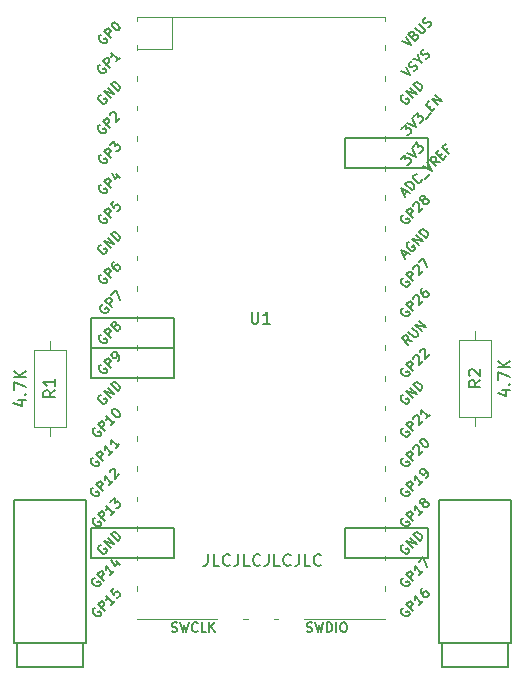
<source format=gbr>
%TF.GenerationSoftware,KiCad,Pcbnew,(6.0.4)*%
%TF.CreationDate,2022-11-15T21:46:54+00:00*%
%TF.ProjectId,pcb_host,7063625f-686f-4737-942e-6b696361645f,rev?*%
%TF.SameCoordinates,Original*%
%TF.FileFunction,Legend,Top*%
%TF.FilePolarity,Positive*%
%FSLAX46Y46*%
G04 Gerber Fmt 4.6, Leading zero omitted, Abs format (unit mm)*
G04 Created by KiCad (PCBNEW (6.0.4)) date 2022-11-15 21:46:54*
%MOMM*%
%LPD*%
G01*
G04 APERTURE LIST*
%ADD10C,0.150000*%
%ADD11C,0.120000*%
%ADD12C,1.600000*%
%ADD13O,1.600000X1.600000*%
%ADD14O,1.800000X1.800000*%
%ADD15O,1.500000X1.500000*%
%ADD16O,1.700000X1.700000*%
%ADD17R,3.500000X1.700000*%
%ADD18R,1.700000X1.700000*%
%ADD19R,1.700000X3.500000*%
%ADD20C,0.800000*%
%ADD21O,1.000000X1.400000*%
G04 APERTURE END LIST*
D10*
X101380952Y-118952380D02*
X101380952Y-119666666D01*
X101333333Y-119809523D01*
X101238095Y-119904761D01*
X101095238Y-119952380D01*
X101000000Y-119952380D01*
X102333333Y-119952380D02*
X101857142Y-119952380D01*
X101857142Y-118952380D01*
X103238095Y-119857142D02*
X103190476Y-119904761D01*
X103047619Y-119952380D01*
X102952380Y-119952380D01*
X102809523Y-119904761D01*
X102714285Y-119809523D01*
X102666666Y-119714285D01*
X102619047Y-119523809D01*
X102619047Y-119380952D01*
X102666666Y-119190476D01*
X102714285Y-119095238D01*
X102809523Y-119000000D01*
X102952380Y-118952380D01*
X103047619Y-118952380D01*
X103190476Y-119000000D01*
X103238095Y-119047619D01*
X103952380Y-118952380D02*
X103952380Y-119666666D01*
X103904761Y-119809523D01*
X103809523Y-119904761D01*
X103666666Y-119952380D01*
X103571428Y-119952380D01*
X104904761Y-119952380D02*
X104428571Y-119952380D01*
X104428571Y-118952380D01*
X105809523Y-119857142D02*
X105761904Y-119904761D01*
X105619047Y-119952380D01*
X105523809Y-119952380D01*
X105380952Y-119904761D01*
X105285714Y-119809523D01*
X105238095Y-119714285D01*
X105190476Y-119523809D01*
X105190476Y-119380952D01*
X105238095Y-119190476D01*
X105285714Y-119095238D01*
X105380952Y-119000000D01*
X105523809Y-118952380D01*
X105619047Y-118952380D01*
X105761904Y-119000000D01*
X105809523Y-119047619D01*
X106523809Y-118952380D02*
X106523809Y-119666666D01*
X106476190Y-119809523D01*
X106380952Y-119904761D01*
X106238095Y-119952380D01*
X106142857Y-119952380D01*
X107476190Y-119952380D02*
X107000000Y-119952380D01*
X107000000Y-118952380D01*
X108380952Y-119857142D02*
X108333333Y-119904761D01*
X108190476Y-119952380D01*
X108095238Y-119952380D01*
X107952380Y-119904761D01*
X107857142Y-119809523D01*
X107809523Y-119714285D01*
X107761904Y-119523809D01*
X107761904Y-119380952D01*
X107809523Y-119190476D01*
X107857142Y-119095238D01*
X107952380Y-119000000D01*
X108095238Y-118952380D01*
X108190476Y-118952380D01*
X108333333Y-119000000D01*
X108380952Y-119047619D01*
X109095238Y-118952380D02*
X109095238Y-119666666D01*
X109047619Y-119809523D01*
X108952380Y-119904761D01*
X108809523Y-119952380D01*
X108714285Y-119952380D01*
X110047619Y-119952380D02*
X109571428Y-119952380D01*
X109571428Y-118952380D01*
X110952380Y-119857142D02*
X110904761Y-119904761D01*
X110761904Y-119952380D01*
X110666666Y-119952380D01*
X110523809Y-119904761D01*
X110428571Y-119809523D01*
X110380952Y-119714285D01*
X110333333Y-119523809D01*
X110333333Y-119380952D01*
X110380952Y-119190476D01*
X110428571Y-119095238D01*
X110523809Y-119000000D01*
X110666666Y-118952380D01*
X110761904Y-118952380D01*
X110904761Y-119000000D01*
X110952380Y-119047619D01*
X98500000Y-99000000D02*
X91500000Y-99000000D01*
X91500000Y-99000000D02*
X91500000Y-101500000D01*
X91500000Y-101500000D02*
X98500000Y-101500000D01*
X98500000Y-101500000D02*
X98500000Y-99000000D01*
X98502898Y-116750582D02*
X91500000Y-116750582D01*
X91500000Y-116750582D02*
X91500000Y-119314379D01*
X91500000Y-119314379D02*
X98502898Y-119314379D01*
X98502898Y-119314379D02*
X98502898Y-116750582D01*
X120000000Y-116750000D02*
X113000000Y-116750000D01*
X113000000Y-116750000D02*
X113000000Y-119250000D01*
X113000000Y-119250000D02*
X120000000Y-119250000D01*
X120000000Y-119250000D02*
X120000000Y-116750000D01*
X120000000Y-83750000D02*
X113000000Y-83750000D01*
X113000000Y-83750000D02*
X113000000Y-86250000D01*
X113000000Y-86250000D02*
X120000000Y-86250000D01*
X120000000Y-86250000D02*
X120000000Y-83750000D01*
X98493037Y-101500000D02*
X91500000Y-101500000D01*
X91500000Y-101500000D02*
X91500000Y-104069649D01*
X91500000Y-104069649D02*
X98493037Y-104069649D01*
X98493037Y-104069649D02*
X98493037Y-101500000D01*
%TO.C,R1*%
X88452380Y-105086666D02*
X87976190Y-105420000D01*
X88452380Y-105658095D02*
X87452380Y-105658095D01*
X87452380Y-105277142D01*
X87500000Y-105181904D01*
X87547619Y-105134285D01*
X87642857Y-105086666D01*
X87785714Y-105086666D01*
X87880952Y-105134285D01*
X87928571Y-105181904D01*
X87976190Y-105277142D01*
X87976190Y-105658095D01*
X88452380Y-104134285D02*
X88452380Y-104705714D01*
X88452380Y-104420000D02*
X87452380Y-104420000D01*
X87595238Y-104515238D01*
X87690476Y-104610476D01*
X87738095Y-104705714D01*
X85285714Y-105943809D02*
X85952380Y-105943809D01*
X84904761Y-106181904D02*
X85619047Y-106420000D01*
X85619047Y-105800952D01*
X85857142Y-105420000D02*
X85904761Y-105372380D01*
X85952380Y-105420000D01*
X85904761Y-105467619D01*
X85857142Y-105420000D01*
X85952380Y-105420000D01*
X84952380Y-105039047D02*
X84952380Y-104372380D01*
X85952380Y-104800952D01*
X85952380Y-103991428D02*
X84952380Y-103991428D01*
X85952380Y-103420000D02*
X85380952Y-103848571D01*
X84952380Y-103420000D02*
X85523809Y-103991428D01*
%TO.C,R2*%
X124452380Y-104246666D02*
X123976190Y-104580000D01*
X124452380Y-104818095D02*
X123452380Y-104818095D01*
X123452380Y-104437142D01*
X123500000Y-104341904D01*
X123547619Y-104294285D01*
X123642857Y-104246666D01*
X123785714Y-104246666D01*
X123880952Y-104294285D01*
X123928571Y-104341904D01*
X123976190Y-104437142D01*
X123976190Y-104818095D01*
X123547619Y-103865714D02*
X123500000Y-103818095D01*
X123452380Y-103722857D01*
X123452380Y-103484761D01*
X123500000Y-103389523D01*
X123547619Y-103341904D01*
X123642857Y-103294285D01*
X123738095Y-103294285D01*
X123880952Y-103341904D01*
X124452380Y-103913333D01*
X124452380Y-103294285D01*
X126285714Y-105103809D02*
X126952380Y-105103809D01*
X125904761Y-105341904D02*
X126619047Y-105580000D01*
X126619047Y-104960952D01*
X126857142Y-104580000D02*
X126904761Y-104532380D01*
X126952380Y-104580000D01*
X126904761Y-104627619D01*
X126857142Y-104580000D01*
X126952380Y-104580000D01*
X125952380Y-104199047D02*
X125952380Y-103532380D01*
X126952380Y-103960952D01*
X126952380Y-103151428D02*
X125952380Y-103151428D01*
X126952380Y-102580000D02*
X126380952Y-103008571D01*
X125952380Y-102580000D02*
X126523809Y-103151428D01*
%TO.C,U1*%
X105073095Y-98437380D02*
X105073095Y-99246904D01*
X105120714Y-99342142D01*
X105168333Y-99389761D01*
X105263571Y-99437380D01*
X105454047Y-99437380D01*
X105549285Y-99389761D01*
X105596904Y-99342142D01*
X105644523Y-99246904D01*
X105644523Y-98437380D01*
X106644523Y-99437380D02*
X106073095Y-99437380D01*
X106358809Y-99437380D02*
X106358809Y-98437380D01*
X106263571Y-98580238D01*
X106168333Y-98675476D01*
X106073095Y-98723095D01*
X117921158Y-105483155D02*
X117840346Y-105510093D01*
X117759534Y-105590905D01*
X117705659Y-105698654D01*
X117705659Y-105806404D01*
X117732597Y-105887216D01*
X117813409Y-106021903D01*
X117894221Y-106102715D01*
X118028908Y-106183528D01*
X118109720Y-106210465D01*
X118217470Y-106210465D01*
X118325219Y-106156590D01*
X118379094Y-106102715D01*
X118432969Y-105994966D01*
X118432969Y-105941091D01*
X118244407Y-105752529D01*
X118136658Y-105860279D01*
X118729280Y-105752529D02*
X118163595Y-105186844D01*
X119052529Y-105429280D01*
X118486844Y-104863595D01*
X119321903Y-105159906D02*
X118756218Y-104594221D01*
X118890905Y-104459534D01*
X118998654Y-104405659D01*
X119106404Y-104405659D01*
X119187216Y-104432597D01*
X119321903Y-104513409D01*
X119402715Y-104594221D01*
X119483528Y-104728908D01*
X119510465Y-104809720D01*
X119510465Y-104917470D01*
X119456590Y-105025219D01*
X119321903Y-105159906D01*
X91778722Y-120965592D02*
X91697910Y-120992529D01*
X91617097Y-121073341D01*
X91563223Y-121181091D01*
X91563223Y-121288841D01*
X91590160Y-121369653D01*
X91670972Y-121504340D01*
X91751784Y-121585152D01*
X91886471Y-121665964D01*
X91967284Y-121692902D01*
X92075033Y-121692902D01*
X92182783Y-121639027D01*
X92236658Y-121585152D01*
X92290532Y-121477402D01*
X92290532Y-121423528D01*
X92101971Y-121234966D01*
X91994221Y-121342715D01*
X92586844Y-121234966D02*
X92021158Y-120669280D01*
X92236658Y-120453781D01*
X92317470Y-120426844D01*
X92371345Y-120426844D01*
X92452157Y-120453781D01*
X92532969Y-120534593D01*
X92559906Y-120615406D01*
X92559906Y-120669280D01*
X92532969Y-120750093D01*
X92317470Y-120965592D01*
X93448841Y-120372969D02*
X93125592Y-120696218D01*
X93287216Y-120534593D02*
X92721531Y-119968908D01*
X92748468Y-120103595D01*
X92748468Y-120211345D01*
X92721531Y-120292157D01*
X93556590Y-119510972D02*
X93933714Y-119888096D01*
X93206404Y-119430160D02*
X93475778Y-119968908D01*
X93825964Y-119618722D01*
X117932722Y-108275592D02*
X117851910Y-108302529D01*
X117771097Y-108383341D01*
X117717223Y-108491091D01*
X117717223Y-108598841D01*
X117744160Y-108679653D01*
X117824972Y-108814340D01*
X117905784Y-108895152D01*
X118040471Y-108975964D01*
X118121284Y-109002902D01*
X118229033Y-109002902D01*
X118336783Y-108949027D01*
X118390658Y-108895152D01*
X118444532Y-108787402D01*
X118444532Y-108733528D01*
X118255971Y-108544966D01*
X118148221Y-108652715D01*
X118740844Y-108544966D02*
X118175158Y-107979280D01*
X118390658Y-107763781D01*
X118471470Y-107736844D01*
X118525345Y-107736844D01*
X118606157Y-107763781D01*
X118686969Y-107844593D01*
X118713906Y-107925406D01*
X118713906Y-107979280D01*
X118686969Y-108060093D01*
X118471470Y-108275592D01*
X118767781Y-107494407D02*
X118767781Y-107440532D01*
X118794719Y-107359720D01*
X118929406Y-107225033D01*
X119010218Y-107198096D01*
X119064093Y-107198096D01*
X119144905Y-107225033D01*
X119198780Y-107278908D01*
X119252654Y-107386658D01*
X119252654Y-108033155D01*
X119602841Y-107682969D01*
X120141589Y-107144221D02*
X119818340Y-107467470D01*
X119979964Y-107305845D02*
X119414279Y-106740160D01*
X119441216Y-106874847D01*
X119441216Y-106982597D01*
X119414279Y-107063409D01*
X117724847Y-85475592D02*
X118075033Y-85125406D01*
X118101971Y-85529467D01*
X118182783Y-85448654D01*
X118263595Y-85421717D01*
X118317470Y-85421717D01*
X118398282Y-85448654D01*
X118532969Y-85583341D01*
X118559906Y-85664154D01*
X118559906Y-85718028D01*
X118532969Y-85798841D01*
X118371345Y-85960465D01*
X118290532Y-85987402D01*
X118236658Y-85987402D01*
X118236658Y-84963781D02*
X118990905Y-85340905D01*
X118613781Y-84586658D01*
X118748468Y-84451971D02*
X119098654Y-84101784D01*
X119125592Y-84505845D01*
X119206404Y-84425033D01*
X119287216Y-84398096D01*
X119341091Y-84398096D01*
X119421903Y-84425033D01*
X119556590Y-84559720D01*
X119583528Y-84640532D01*
X119583528Y-84694407D01*
X119556590Y-84775219D01*
X119394966Y-84936844D01*
X119314154Y-84963781D01*
X119260279Y-84963781D01*
X92321158Y-80083155D02*
X92240346Y-80110093D01*
X92159534Y-80190905D01*
X92105659Y-80298654D01*
X92105659Y-80406404D01*
X92132597Y-80487216D01*
X92213409Y-80621903D01*
X92294221Y-80702715D01*
X92428908Y-80783528D01*
X92509720Y-80810465D01*
X92617470Y-80810465D01*
X92725219Y-80756590D01*
X92779094Y-80702715D01*
X92832969Y-80594966D01*
X92832969Y-80541091D01*
X92644407Y-80352529D01*
X92536658Y-80460279D01*
X93129280Y-80352529D02*
X92563595Y-79786844D01*
X93452529Y-80029280D01*
X92886844Y-79463595D01*
X93721903Y-79759906D02*
X93156218Y-79194221D01*
X93290905Y-79059534D01*
X93398654Y-79005659D01*
X93506404Y-79005659D01*
X93587216Y-79032597D01*
X93721903Y-79113409D01*
X93802715Y-79194221D01*
X93883528Y-79328908D01*
X93910465Y-79409720D01*
X93910465Y-79517470D01*
X93856590Y-79625219D01*
X93721903Y-79759906D01*
X92348096Y-85136218D02*
X92267284Y-85163155D01*
X92186471Y-85243967D01*
X92132597Y-85351717D01*
X92132597Y-85459467D01*
X92159534Y-85540279D01*
X92240346Y-85674966D01*
X92321158Y-85755778D01*
X92455845Y-85836590D01*
X92536658Y-85863528D01*
X92644407Y-85863528D01*
X92752157Y-85809653D01*
X92806032Y-85755778D01*
X92859906Y-85648028D01*
X92859906Y-85594154D01*
X92671345Y-85405592D01*
X92563595Y-85513341D01*
X93156218Y-85405592D02*
X92590532Y-84839906D01*
X92806032Y-84624407D01*
X92886844Y-84597470D01*
X92940719Y-84597470D01*
X93021531Y-84624407D01*
X93102343Y-84705219D01*
X93129280Y-84786032D01*
X93129280Y-84839906D01*
X93102343Y-84920719D01*
X92886844Y-85136218D01*
X93102343Y-84328096D02*
X93452529Y-83977910D01*
X93479467Y-84381971D01*
X93560279Y-84301158D01*
X93641091Y-84274221D01*
X93694966Y-84274221D01*
X93775778Y-84301158D01*
X93910465Y-84435845D01*
X93937402Y-84516658D01*
X93937402Y-84570532D01*
X93910465Y-84651345D01*
X93748841Y-84812969D01*
X93668028Y-84839906D01*
X93614154Y-84839906D01*
X117932722Y-123505592D02*
X117851910Y-123532529D01*
X117771097Y-123613341D01*
X117717223Y-123721091D01*
X117717223Y-123828841D01*
X117744160Y-123909653D01*
X117824972Y-124044340D01*
X117905784Y-124125152D01*
X118040471Y-124205964D01*
X118121284Y-124232902D01*
X118229033Y-124232902D01*
X118336783Y-124179027D01*
X118390658Y-124125152D01*
X118444532Y-124017402D01*
X118444532Y-123963528D01*
X118255971Y-123774966D01*
X118148221Y-123882715D01*
X118740844Y-123774966D02*
X118175158Y-123209280D01*
X118390658Y-122993781D01*
X118471470Y-122966844D01*
X118525345Y-122966844D01*
X118606157Y-122993781D01*
X118686969Y-123074593D01*
X118713906Y-123155406D01*
X118713906Y-123209280D01*
X118686969Y-123290093D01*
X118471470Y-123505592D01*
X119602841Y-122912969D02*
X119279592Y-123236218D01*
X119441216Y-123074593D02*
X118875531Y-122508908D01*
X118902468Y-122643595D01*
X118902468Y-122751345D01*
X118875531Y-122832157D01*
X119522028Y-121862410D02*
X119414279Y-121970160D01*
X119387341Y-122050972D01*
X119387341Y-122104847D01*
X119414279Y-122239534D01*
X119495091Y-122374221D01*
X119710590Y-122589720D01*
X119791402Y-122616658D01*
X119845277Y-122616658D01*
X119926089Y-122589720D01*
X120033839Y-122481971D01*
X120060776Y-122401158D01*
X120060776Y-122347284D01*
X120033839Y-122266471D01*
X119899152Y-122131784D01*
X119818340Y-122104847D01*
X119764465Y-122104847D01*
X119683653Y-122131784D01*
X119575903Y-122239534D01*
X119548966Y-122320346D01*
X119548966Y-122374221D01*
X119575903Y-122455033D01*
X92248096Y-82596218D02*
X92167284Y-82623155D01*
X92086471Y-82703967D01*
X92032597Y-82811717D01*
X92032597Y-82919467D01*
X92059534Y-83000279D01*
X92140346Y-83134966D01*
X92221158Y-83215778D01*
X92355845Y-83296590D01*
X92436658Y-83323528D01*
X92544407Y-83323528D01*
X92652157Y-83269653D01*
X92706032Y-83215778D01*
X92759906Y-83108028D01*
X92759906Y-83054154D01*
X92571345Y-82865592D01*
X92463595Y-82973341D01*
X93056218Y-82865592D02*
X92490532Y-82299906D01*
X92706032Y-82084407D01*
X92786844Y-82057470D01*
X92840719Y-82057470D01*
X92921531Y-82084407D01*
X93002343Y-82165219D01*
X93029280Y-82246032D01*
X93029280Y-82299906D01*
X93002343Y-82380719D01*
X92786844Y-82596218D01*
X93083155Y-81815033D02*
X93083155Y-81761158D01*
X93110093Y-81680346D01*
X93244780Y-81545659D01*
X93325592Y-81518722D01*
X93379467Y-81518722D01*
X93460279Y-81545659D01*
X93514154Y-81599534D01*
X93568028Y-81707284D01*
X93568028Y-82353781D01*
X93918215Y-82003595D01*
X117921158Y-80083155D02*
X117840346Y-80110093D01*
X117759534Y-80190905D01*
X117705659Y-80298654D01*
X117705659Y-80406404D01*
X117732597Y-80487216D01*
X117813409Y-80621903D01*
X117894221Y-80702715D01*
X118028908Y-80783528D01*
X118109720Y-80810465D01*
X118217470Y-80810465D01*
X118325219Y-80756590D01*
X118379094Y-80702715D01*
X118432969Y-80594966D01*
X118432969Y-80541091D01*
X118244407Y-80352529D01*
X118136658Y-80460279D01*
X118729280Y-80352529D02*
X118163595Y-79786844D01*
X119052529Y-80029280D01*
X118486844Y-79463595D01*
X119321903Y-79759906D02*
X118756218Y-79194221D01*
X118890905Y-79059534D01*
X118998654Y-79005659D01*
X119106404Y-79005659D01*
X119187216Y-79032597D01*
X119321903Y-79113409D01*
X119402715Y-79194221D01*
X119483528Y-79328908D01*
X119510465Y-79409720D01*
X119510465Y-79517470D01*
X119456590Y-79625219D01*
X119321903Y-79759906D01*
X91678722Y-113345592D02*
X91597910Y-113372529D01*
X91517097Y-113453341D01*
X91463223Y-113561091D01*
X91463223Y-113668841D01*
X91490160Y-113749653D01*
X91570972Y-113884340D01*
X91651784Y-113965152D01*
X91786471Y-114045964D01*
X91867284Y-114072902D01*
X91975033Y-114072902D01*
X92082783Y-114019027D01*
X92136658Y-113965152D01*
X92190532Y-113857402D01*
X92190532Y-113803528D01*
X92001971Y-113614966D01*
X91894221Y-113722715D01*
X92486844Y-113614966D02*
X91921158Y-113049280D01*
X92136658Y-112833781D01*
X92217470Y-112806844D01*
X92271345Y-112806844D01*
X92352157Y-112833781D01*
X92432969Y-112914593D01*
X92459906Y-112995406D01*
X92459906Y-113049280D01*
X92432969Y-113130093D01*
X92217470Y-113345592D01*
X93348841Y-112752969D02*
X93025592Y-113076218D01*
X93187216Y-112914593D02*
X92621531Y-112348908D01*
X92648468Y-112483595D01*
X92648468Y-112591345D01*
X92621531Y-112672157D01*
X93052529Y-112025659D02*
X93052529Y-111971784D01*
X93079467Y-111890972D01*
X93214154Y-111756285D01*
X93294966Y-111729348D01*
X93348841Y-111729348D01*
X93429653Y-111756285D01*
X93483528Y-111810160D01*
X93537402Y-111917910D01*
X93537402Y-112564407D01*
X93887589Y-112214221D01*
X92348096Y-90216218D02*
X92267284Y-90243155D01*
X92186471Y-90323967D01*
X92132597Y-90431717D01*
X92132597Y-90539467D01*
X92159534Y-90620279D01*
X92240346Y-90754966D01*
X92321158Y-90835778D01*
X92455845Y-90916590D01*
X92536658Y-90943528D01*
X92644407Y-90943528D01*
X92752157Y-90889653D01*
X92806032Y-90835778D01*
X92859906Y-90728028D01*
X92859906Y-90674154D01*
X92671345Y-90485592D01*
X92563595Y-90593341D01*
X93156218Y-90485592D02*
X92590532Y-89919906D01*
X92806032Y-89704407D01*
X92886844Y-89677470D01*
X92940719Y-89677470D01*
X93021531Y-89704407D01*
X93102343Y-89785219D01*
X93129280Y-89866032D01*
X93129280Y-89919906D01*
X93102343Y-90000719D01*
X92886844Y-90216218D01*
X93425592Y-89084847D02*
X93156218Y-89354221D01*
X93398654Y-89650532D01*
X93398654Y-89596658D01*
X93425592Y-89515845D01*
X93560279Y-89381158D01*
X93641091Y-89354221D01*
X93694966Y-89354221D01*
X93775778Y-89381158D01*
X93910465Y-89515845D01*
X93937402Y-89596658D01*
X93937402Y-89650532D01*
X93910465Y-89731345D01*
X93775778Y-89866032D01*
X93694966Y-89892969D01*
X93641091Y-89892969D01*
X109739761Y-125508809D02*
X109854047Y-125546904D01*
X110044523Y-125546904D01*
X110120714Y-125508809D01*
X110158809Y-125470714D01*
X110196904Y-125394523D01*
X110196904Y-125318333D01*
X110158809Y-125242142D01*
X110120714Y-125204047D01*
X110044523Y-125165952D01*
X109892142Y-125127857D01*
X109815952Y-125089761D01*
X109777857Y-125051666D01*
X109739761Y-124975476D01*
X109739761Y-124899285D01*
X109777857Y-124823095D01*
X109815952Y-124785000D01*
X109892142Y-124746904D01*
X110082619Y-124746904D01*
X110196904Y-124785000D01*
X110463571Y-124746904D02*
X110654047Y-125546904D01*
X110806428Y-124975476D01*
X110958809Y-125546904D01*
X111149285Y-124746904D01*
X111454047Y-125546904D02*
X111454047Y-124746904D01*
X111644523Y-124746904D01*
X111758809Y-124785000D01*
X111835000Y-124861190D01*
X111873095Y-124937380D01*
X111911190Y-125089761D01*
X111911190Y-125204047D01*
X111873095Y-125356428D01*
X111835000Y-125432619D01*
X111758809Y-125508809D01*
X111644523Y-125546904D01*
X111454047Y-125546904D01*
X112254047Y-125546904D02*
X112254047Y-124746904D01*
X112787380Y-124746904D02*
X112939761Y-124746904D01*
X113015952Y-124785000D01*
X113092142Y-124861190D01*
X113130238Y-125013571D01*
X113130238Y-125280238D01*
X113092142Y-125432619D01*
X113015952Y-125508809D01*
X112939761Y-125546904D01*
X112787380Y-125546904D01*
X112711190Y-125508809D01*
X112635000Y-125432619D01*
X112596904Y-125280238D01*
X112596904Y-125013571D01*
X112635000Y-124861190D01*
X112711190Y-124785000D01*
X112787380Y-124746904D01*
X117932722Y-113345592D02*
X117851910Y-113372529D01*
X117771097Y-113453341D01*
X117717223Y-113561091D01*
X117717223Y-113668841D01*
X117744160Y-113749653D01*
X117824972Y-113884340D01*
X117905784Y-113965152D01*
X118040471Y-114045964D01*
X118121284Y-114072902D01*
X118229033Y-114072902D01*
X118336783Y-114019027D01*
X118390658Y-113965152D01*
X118444532Y-113857402D01*
X118444532Y-113803528D01*
X118255971Y-113614966D01*
X118148221Y-113722715D01*
X118740844Y-113614966D02*
X118175158Y-113049280D01*
X118390658Y-112833781D01*
X118471470Y-112806844D01*
X118525345Y-112806844D01*
X118606157Y-112833781D01*
X118686969Y-112914593D01*
X118713906Y-112995406D01*
X118713906Y-113049280D01*
X118686969Y-113130093D01*
X118471470Y-113345592D01*
X119602841Y-112752969D02*
X119279592Y-113076218D01*
X119441216Y-112914593D02*
X118875531Y-112348908D01*
X118902468Y-112483595D01*
X118902468Y-112591345D01*
X118875531Y-112672157D01*
X119872215Y-112483595D02*
X119979964Y-112375845D01*
X120006902Y-112295033D01*
X120006902Y-112241158D01*
X119979964Y-112106471D01*
X119899152Y-111971784D01*
X119683653Y-111756285D01*
X119602841Y-111729348D01*
X119548966Y-111729348D01*
X119468154Y-111756285D01*
X119360404Y-111864035D01*
X119333467Y-111944847D01*
X119333467Y-111998722D01*
X119360404Y-112079534D01*
X119495091Y-112214221D01*
X119575903Y-112241158D01*
X119629778Y-112241158D01*
X119710590Y-112214221D01*
X119818340Y-112106471D01*
X119845277Y-112025659D01*
X119845277Y-111971784D01*
X119818340Y-111890972D01*
X91678722Y-110805592D02*
X91597910Y-110832529D01*
X91517097Y-110913341D01*
X91463223Y-111021091D01*
X91463223Y-111128841D01*
X91490160Y-111209653D01*
X91570972Y-111344340D01*
X91651784Y-111425152D01*
X91786471Y-111505964D01*
X91867284Y-111532902D01*
X91975033Y-111532902D01*
X92082783Y-111479027D01*
X92136658Y-111425152D01*
X92190532Y-111317402D01*
X92190532Y-111263528D01*
X92001971Y-111074966D01*
X91894221Y-111182715D01*
X92486844Y-111074966D02*
X91921158Y-110509280D01*
X92136658Y-110293781D01*
X92217470Y-110266844D01*
X92271345Y-110266844D01*
X92352157Y-110293781D01*
X92432969Y-110374593D01*
X92459906Y-110455406D01*
X92459906Y-110509280D01*
X92432969Y-110590093D01*
X92217470Y-110805592D01*
X93348841Y-110212969D02*
X93025592Y-110536218D01*
X93187216Y-110374593D02*
X92621531Y-109808908D01*
X92648468Y-109943595D01*
X92648468Y-110051345D01*
X92621531Y-110132157D01*
X93887589Y-109674221D02*
X93564340Y-109997470D01*
X93725964Y-109835845D02*
X93160279Y-109270160D01*
X93187216Y-109404847D01*
X93187216Y-109512597D01*
X93160279Y-109593409D01*
X92321158Y-92783155D02*
X92240346Y-92810093D01*
X92159534Y-92890905D01*
X92105659Y-92998654D01*
X92105659Y-93106404D01*
X92132597Y-93187216D01*
X92213409Y-93321903D01*
X92294221Y-93402715D01*
X92428908Y-93483528D01*
X92509720Y-93510465D01*
X92617470Y-93510465D01*
X92725219Y-93456590D01*
X92779094Y-93402715D01*
X92832969Y-93294966D01*
X92832969Y-93241091D01*
X92644407Y-93052529D01*
X92536658Y-93160279D01*
X93129280Y-93052529D02*
X92563595Y-92486844D01*
X93452529Y-92729280D01*
X92886844Y-92163595D01*
X93721903Y-92459906D02*
X93156218Y-91894221D01*
X93290905Y-91759534D01*
X93398654Y-91705659D01*
X93506404Y-91705659D01*
X93587216Y-91732597D01*
X93721903Y-91813409D01*
X93802715Y-91894221D01*
X93883528Y-92028908D01*
X93910465Y-92109720D01*
X93910465Y-92217470D01*
X93856590Y-92325219D01*
X93721903Y-92459906D01*
X91824722Y-108265592D02*
X91743910Y-108292529D01*
X91663097Y-108373341D01*
X91609223Y-108481091D01*
X91609223Y-108588841D01*
X91636160Y-108669653D01*
X91716972Y-108804340D01*
X91797784Y-108885152D01*
X91932471Y-108965964D01*
X92013284Y-108992902D01*
X92121033Y-108992902D01*
X92228783Y-108939027D01*
X92282658Y-108885152D01*
X92336532Y-108777402D01*
X92336532Y-108723528D01*
X92147971Y-108534966D01*
X92040221Y-108642715D01*
X92632844Y-108534966D02*
X92067158Y-107969280D01*
X92282658Y-107753781D01*
X92363470Y-107726844D01*
X92417345Y-107726844D01*
X92498157Y-107753781D01*
X92578969Y-107834593D01*
X92605906Y-107915406D01*
X92605906Y-107969280D01*
X92578969Y-108050093D01*
X92363470Y-108265592D01*
X93494841Y-107672969D02*
X93171592Y-107996218D01*
X93333216Y-107834593D02*
X92767531Y-107268908D01*
X92794468Y-107403595D01*
X92794468Y-107511345D01*
X92767531Y-107592157D01*
X93279341Y-106757097D02*
X93333216Y-106703223D01*
X93414028Y-106676285D01*
X93467903Y-106676285D01*
X93548715Y-106703223D01*
X93683402Y-106784035D01*
X93818089Y-106918722D01*
X93898902Y-107053409D01*
X93925839Y-107134221D01*
X93925839Y-107188096D01*
X93898902Y-107268908D01*
X93845027Y-107322783D01*
X93764215Y-107349720D01*
X93710340Y-107349720D01*
X93629528Y-107322783D01*
X93494841Y-107241971D01*
X93360154Y-107107284D01*
X93279341Y-106972597D01*
X93252404Y-106891784D01*
X93252404Y-106837910D01*
X93279341Y-106757097D01*
X117788129Y-75512309D02*
X118542377Y-75889433D01*
X118165253Y-75135186D01*
X118811751Y-75027436D02*
X118919500Y-74973561D01*
X118973375Y-74973561D01*
X119054187Y-75000499D01*
X119134999Y-75081311D01*
X119161937Y-75162123D01*
X119161937Y-75215998D01*
X119135000Y-75296810D01*
X118919500Y-75512309D01*
X118353815Y-74946624D01*
X118542377Y-74758062D01*
X118623189Y-74731125D01*
X118677064Y-74731125D01*
X118757876Y-74758062D01*
X118811751Y-74811937D01*
X118838688Y-74892749D01*
X118838688Y-74946624D01*
X118811751Y-75027436D01*
X118623189Y-75215998D01*
X118919500Y-74380938D02*
X119377436Y-74838874D01*
X119458248Y-74865812D01*
X119512123Y-74865812D01*
X119592935Y-74838874D01*
X119700685Y-74731125D01*
X119727622Y-74650312D01*
X119727622Y-74596438D01*
X119700685Y-74515625D01*
X119242749Y-74057690D01*
X120023934Y-74354001D02*
X120131683Y-74300126D01*
X120266370Y-74165439D01*
X120293308Y-74084627D01*
X120293308Y-74030752D01*
X120266370Y-73949940D01*
X120212496Y-73896065D01*
X120131683Y-73869128D01*
X120077809Y-73869128D01*
X119996996Y-73896065D01*
X119862309Y-73976877D01*
X119781497Y-74003815D01*
X119727622Y-74003815D01*
X119646810Y-73976877D01*
X119592935Y-73923003D01*
X119565998Y-73842190D01*
X119565998Y-73788316D01*
X119592935Y-73707503D01*
X119727622Y-73572816D01*
X119835372Y-73518942D01*
X117932722Y-95575592D02*
X117851910Y-95602529D01*
X117771097Y-95683341D01*
X117717223Y-95791091D01*
X117717223Y-95898841D01*
X117744160Y-95979653D01*
X117824972Y-96114340D01*
X117905784Y-96195152D01*
X118040471Y-96275964D01*
X118121284Y-96302902D01*
X118229033Y-96302902D01*
X118336783Y-96249027D01*
X118390658Y-96195152D01*
X118444532Y-96087402D01*
X118444532Y-96033528D01*
X118255971Y-95844966D01*
X118148221Y-95952715D01*
X118740844Y-95844966D02*
X118175158Y-95279280D01*
X118390658Y-95063781D01*
X118471470Y-95036844D01*
X118525345Y-95036844D01*
X118606157Y-95063781D01*
X118686969Y-95144593D01*
X118713906Y-95225406D01*
X118713906Y-95279280D01*
X118686969Y-95360093D01*
X118471470Y-95575592D01*
X118767781Y-94794407D02*
X118767781Y-94740532D01*
X118794719Y-94659720D01*
X118929406Y-94525033D01*
X119010218Y-94498096D01*
X119064093Y-94498096D01*
X119144905Y-94525033D01*
X119198780Y-94578908D01*
X119252654Y-94686658D01*
X119252654Y-95333155D01*
X119602841Y-94982969D01*
X119225717Y-94228722D02*
X119602841Y-93851598D01*
X119926089Y-94659720D01*
X91824722Y-115885592D02*
X91743910Y-115912529D01*
X91663097Y-115993341D01*
X91609223Y-116101091D01*
X91609223Y-116208841D01*
X91636160Y-116289653D01*
X91716972Y-116424340D01*
X91797784Y-116505152D01*
X91932471Y-116585964D01*
X92013284Y-116612902D01*
X92121033Y-116612902D01*
X92228783Y-116559027D01*
X92282658Y-116505152D01*
X92336532Y-116397402D01*
X92336532Y-116343528D01*
X92147971Y-116154966D01*
X92040221Y-116262715D01*
X92632844Y-116154966D02*
X92067158Y-115589280D01*
X92282658Y-115373781D01*
X92363470Y-115346844D01*
X92417345Y-115346844D01*
X92498157Y-115373781D01*
X92578969Y-115454593D01*
X92605906Y-115535406D01*
X92605906Y-115589280D01*
X92578969Y-115670093D01*
X92363470Y-115885592D01*
X93494841Y-115292969D02*
X93171592Y-115616218D01*
X93333216Y-115454593D02*
X92767531Y-114888908D01*
X92794468Y-115023595D01*
X92794468Y-115131345D01*
X92767531Y-115212157D01*
X93117717Y-114538722D02*
X93467903Y-114188536D01*
X93494841Y-114592597D01*
X93575653Y-114511784D01*
X93656465Y-114484847D01*
X93710340Y-114484847D01*
X93791152Y-114511784D01*
X93925839Y-114646471D01*
X93952776Y-114727284D01*
X93952776Y-114781158D01*
X93925839Y-114861971D01*
X93764215Y-115023595D01*
X93683402Y-115050532D01*
X93629528Y-115050532D01*
X117921158Y-118183155D02*
X117840346Y-118210093D01*
X117759534Y-118290905D01*
X117705659Y-118398654D01*
X117705659Y-118506404D01*
X117732597Y-118587216D01*
X117813409Y-118721903D01*
X117894221Y-118802715D01*
X118028908Y-118883528D01*
X118109720Y-118910465D01*
X118217470Y-118910465D01*
X118325219Y-118856590D01*
X118379094Y-118802715D01*
X118432969Y-118694966D01*
X118432969Y-118641091D01*
X118244407Y-118452529D01*
X118136658Y-118560279D01*
X118729280Y-118452529D02*
X118163595Y-117886844D01*
X119052529Y-118129280D01*
X118486844Y-117563595D01*
X119321903Y-117859906D02*
X118756218Y-117294221D01*
X118890905Y-117159534D01*
X118998654Y-117105659D01*
X119106404Y-117105659D01*
X119187216Y-117132597D01*
X119321903Y-117213409D01*
X119402715Y-117294221D01*
X119483528Y-117428908D01*
X119510465Y-117509720D01*
X119510465Y-117617470D01*
X119456590Y-117725219D01*
X119321903Y-117859906D01*
X92348096Y-100376218D02*
X92267284Y-100403155D01*
X92186471Y-100483967D01*
X92132597Y-100591717D01*
X92132597Y-100699467D01*
X92159534Y-100780279D01*
X92240346Y-100914966D01*
X92321158Y-100995778D01*
X92455845Y-101076590D01*
X92536658Y-101103528D01*
X92644407Y-101103528D01*
X92752157Y-101049653D01*
X92806032Y-100995778D01*
X92859906Y-100888028D01*
X92859906Y-100834154D01*
X92671345Y-100645592D01*
X92563595Y-100753341D01*
X93156218Y-100645592D02*
X92590532Y-100079906D01*
X92806032Y-99864407D01*
X92886844Y-99837470D01*
X92940719Y-99837470D01*
X93021531Y-99864407D01*
X93102343Y-99945219D01*
X93129280Y-100026032D01*
X93129280Y-100079906D01*
X93102343Y-100160719D01*
X92886844Y-100376218D01*
X93479467Y-99675845D02*
X93398654Y-99702783D01*
X93344780Y-99702783D01*
X93263967Y-99675845D01*
X93237030Y-99648908D01*
X93210093Y-99568096D01*
X93210093Y-99514221D01*
X93237030Y-99433409D01*
X93344780Y-99325659D01*
X93425592Y-99298722D01*
X93479467Y-99298722D01*
X93560279Y-99325659D01*
X93587216Y-99352597D01*
X93614154Y-99433409D01*
X93614154Y-99487284D01*
X93587216Y-99568096D01*
X93479467Y-99675845D01*
X93452529Y-99756658D01*
X93452529Y-99810532D01*
X93479467Y-99891345D01*
X93587216Y-99999094D01*
X93668028Y-100026032D01*
X93721903Y-100026032D01*
X93802715Y-99999094D01*
X93910465Y-99891345D01*
X93937402Y-99810532D01*
X93937402Y-99756658D01*
X93910465Y-99675845D01*
X93802715Y-99568096D01*
X93721903Y-99541158D01*
X93668028Y-99541158D01*
X93587216Y-99568096D01*
X92348096Y-74976218D02*
X92267284Y-75003155D01*
X92186471Y-75083967D01*
X92132597Y-75191717D01*
X92132597Y-75299467D01*
X92159534Y-75380279D01*
X92240346Y-75514966D01*
X92321158Y-75595778D01*
X92455845Y-75676590D01*
X92536658Y-75703528D01*
X92644407Y-75703528D01*
X92752157Y-75649653D01*
X92806032Y-75595778D01*
X92859906Y-75488028D01*
X92859906Y-75434154D01*
X92671345Y-75245592D01*
X92563595Y-75353341D01*
X93156218Y-75245592D02*
X92590532Y-74679906D01*
X92806032Y-74464407D01*
X92886844Y-74437470D01*
X92940719Y-74437470D01*
X93021531Y-74464407D01*
X93102343Y-74545219D01*
X93129280Y-74626032D01*
X93129280Y-74679906D01*
X93102343Y-74760719D01*
X92886844Y-74976218D01*
X93263967Y-74006471D02*
X93317842Y-73952597D01*
X93398654Y-73925659D01*
X93452529Y-73925659D01*
X93533341Y-73952597D01*
X93668028Y-74033409D01*
X93802715Y-74168096D01*
X93883528Y-74302783D01*
X93910465Y-74383595D01*
X93910465Y-74437470D01*
X93883528Y-74518282D01*
X93829653Y-74572157D01*
X93748841Y-74599094D01*
X93694966Y-74599094D01*
X93614154Y-74572157D01*
X93479467Y-74491345D01*
X93344780Y-74356658D01*
X93263967Y-74221971D01*
X93237030Y-74141158D01*
X93237030Y-74087284D01*
X93263967Y-74006471D01*
X98325476Y-125508809D02*
X98439761Y-125546904D01*
X98630238Y-125546904D01*
X98706428Y-125508809D01*
X98744523Y-125470714D01*
X98782619Y-125394523D01*
X98782619Y-125318333D01*
X98744523Y-125242142D01*
X98706428Y-125204047D01*
X98630238Y-125165952D01*
X98477857Y-125127857D01*
X98401666Y-125089761D01*
X98363571Y-125051666D01*
X98325476Y-124975476D01*
X98325476Y-124899285D01*
X98363571Y-124823095D01*
X98401666Y-124785000D01*
X98477857Y-124746904D01*
X98668333Y-124746904D01*
X98782619Y-124785000D01*
X99049285Y-124746904D02*
X99239761Y-125546904D01*
X99392142Y-124975476D01*
X99544523Y-125546904D01*
X99735000Y-124746904D01*
X100496904Y-125470714D02*
X100458809Y-125508809D01*
X100344523Y-125546904D01*
X100268333Y-125546904D01*
X100154047Y-125508809D01*
X100077857Y-125432619D01*
X100039761Y-125356428D01*
X100001666Y-125204047D01*
X100001666Y-125089761D01*
X100039761Y-124937380D01*
X100077857Y-124861190D01*
X100154047Y-124785000D01*
X100268333Y-124746904D01*
X100344523Y-124746904D01*
X100458809Y-124785000D01*
X100496904Y-124823095D01*
X101220714Y-125546904D02*
X100839761Y-125546904D01*
X100839761Y-124746904D01*
X101487380Y-125546904D02*
X101487380Y-124746904D01*
X101944523Y-125546904D02*
X101601666Y-125089761D01*
X101944523Y-124746904D02*
X101487380Y-125204047D01*
X117986597Y-93725964D02*
X118255971Y-93456590D01*
X118094346Y-93941463D02*
X117717223Y-93187216D01*
X118471470Y-93564340D01*
X118417595Y-92540719D02*
X118336783Y-92567656D01*
X118255971Y-92648468D01*
X118202096Y-92756218D01*
X118202096Y-92863967D01*
X118229033Y-92944780D01*
X118309845Y-93079467D01*
X118390658Y-93160279D01*
X118525345Y-93241091D01*
X118606157Y-93268028D01*
X118713906Y-93268028D01*
X118821656Y-93214154D01*
X118875531Y-93160279D01*
X118929406Y-93052529D01*
X118929406Y-92998654D01*
X118740844Y-92810093D01*
X118633094Y-92917842D01*
X119225717Y-92810093D02*
X118660032Y-92244407D01*
X119548966Y-92486844D01*
X118983280Y-91921158D01*
X119818340Y-92217470D02*
X119252654Y-91651784D01*
X119387341Y-91517097D01*
X119495091Y-91463223D01*
X119602841Y-91463223D01*
X119683653Y-91490160D01*
X119818340Y-91570972D01*
X119899152Y-91651784D01*
X119979964Y-91786471D01*
X120006902Y-91867284D01*
X120006902Y-91975033D01*
X119953027Y-92082783D01*
X119818340Y-92217470D01*
X92348096Y-102916218D02*
X92267284Y-102943155D01*
X92186471Y-103023967D01*
X92132597Y-103131717D01*
X92132597Y-103239467D01*
X92159534Y-103320279D01*
X92240346Y-103454966D01*
X92321158Y-103535778D01*
X92455845Y-103616590D01*
X92536658Y-103643528D01*
X92644407Y-103643528D01*
X92752157Y-103589653D01*
X92806032Y-103535778D01*
X92859906Y-103428028D01*
X92859906Y-103374154D01*
X92671345Y-103185592D01*
X92563595Y-103293341D01*
X93156218Y-103185592D02*
X92590532Y-102619906D01*
X92806032Y-102404407D01*
X92886844Y-102377470D01*
X92940719Y-102377470D01*
X93021531Y-102404407D01*
X93102343Y-102485219D01*
X93129280Y-102566032D01*
X93129280Y-102619906D01*
X93102343Y-102700719D01*
X92886844Y-102916218D01*
X93748841Y-102592969D02*
X93856590Y-102485219D01*
X93883528Y-102404407D01*
X93883528Y-102350532D01*
X93856590Y-102215845D01*
X93775778Y-102081158D01*
X93560279Y-101865659D01*
X93479467Y-101838722D01*
X93425592Y-101838722D01*
X93344780Y-101865659D01*
X93237030Y-101973409D01*
X93210093Y-102054221D01*
X93210093Y-102108096D01*
X93237030Y-102188908D01*
X93371717Y-102323595D01*
X93452529Y-102350532D01*
X93506404Y-102350532D01*
X93587216Y-102323595D01*
X93694966Y-102215845D01*
X93721903Y-102135033D01*
X93721903Y-102081158D01*
X93694966Y-102000346D01*
X92348096Y-87676218D02*
X92267284Y-87703155D01*
X92186471Y-87783967D01*
X92132597Y-87891717D01*
X92132597Y-87999467D01*
X92159534Y-88080279D01*
X92240346Y-88214966D01*
X92321158Y-88295778D01*
X92455845Y-88376590D01*
X92536658Y-88403528D01*
X92644407Y-88403528D01*
X92752157Y-88349653D01*
X92806032Y-88295778D01*
X92859906Y-88188028D01*
X92859906Y-88134154D01*
X92671345Y-87945592D01*
X92563595Y-88053341D01*
X93156218Y-87945592D02*
X92590532Y-87379906D01*
X92806032Y-87164407D01*
X92886844Y-87137470D01*
X92940719Y-87137470D01*
X93021531Y-87164407D01*
X93102343Y-87245219D01*
X93129280Y-87326032D01*
X93129280Y-87379906D01*
X93102343Y-87460719D01*
X92886844Y-87676218D01*
X93587216Y-86760346D02*
X93964340Y-87137470D01*
X93237030Y-86679534D02*
X93506404Y-87218282D01*
X93856590Y-86868096D01*
X117989788Y-88518773D02*
X118259162Y-88249399D01*
X118097537Y-88734272D02*
X117720414Y-87980025D01*
X118474661Y-88357149D01*
X118663223Y-88168587D02*
X118097537Y-87602902D01*
X118232224Y-87468215D01*
X118339974Y-87414340D01*
X118447723Y-87414340D01*
X118528536Y-87441277D01*
X118663223Y-87522089D01*
X118744035Y-87602902D01*
X118824847Y-87737589D01*
X118851784Y-87818401D01*
X118851784Y-87926150D01*
X118797910Y-88033900D01*
X118663223Y-88168587D01*
X119498282Y-87225778D02*
X119498282Y-87279653D01*
X119444407Y-87387402D01*
X119390532Y-87441277D01*
X119282783Y-87495152D01*
X119175033Y-87495152D01*
X119094221Y-87468215D01*
X118959534Y-87387402D01*
X118878722Y-87306590D01*
X118797910Y-87171903D01*
X118770972Y-87091091D01*
X118770972Y-86983341D01*
X118824847Y-86875592D01*
X118878722Y-86821717D01*
X118986471Y-86767842D01*
X119040346Y-86767842D01*
X119713781Y-87225778D02*
X120144780Y-86794780D01*
X119579094Y-86121345D02*
X120333341Y-86498468D01*
X119956218Y-85744221D01*
X121033714Y-85798096D02*
X120575778Y-85717284D01*
X120710465Y-86121345D02*
X120144780Y-85555659D01*
X120360279Y-85340160D01*
X120441091Y-85313223D01*
X120494966Y-85313223D01*
X120575778Y-85340160D01*
X120656590Y-85420972D01*
X120683528Y-85501784D01*
X120683528Y-85555659D01*
X120656590Y-85636471D01*
X120441091Y-85851971D01*
X120979839Y-85259348D02*
X121168401Y-85070786D01*
X121545524Y-85286285D02*
X121276150Y-85555659D01*
X120710465Y-84989974D01*
X120979839Y-84720600D01*
X121680211Y-84558975D02*
X121491650Y-84747537D01*
X121787961Y-85043849D02*
X121222276Y-84478163D01*
X121491650Y-84208789D01*
X117932722Y-98105592D02*
X117851910Y-98132529D01*
X117771097Y-98213341D01*
X117717223Y-98321091D01*
X117717223Y-98428841D01*
X117744160Y-98509653D01*
X117824972Y-98644340D01*
X117905784Y-98725152D01*
X118040471Y-98805964D01*
X118121284Y-98832902D01*
X118229033Y-98832902D01*
X118336783Y-98779027D01*
X118390658Y-98725152D01*
X118444532Y-98617402D01*
X118444532Y-98563528D01*
X118255971Y-98374966D01*
X118148221Y-98482715D01*
X118740844Y-98374966D02*
X118175158Y-97809280D01*
X118390658Y-97593781D01*
X118471470Y-97566844D01*
X118525345Y-97566844D01*
X118606157Y-97593781D01*
X118686969Y-97674593D01*
X118713906Y-97755406D01*
X118713906Y-97809280D01*
X118686969Y-97890093D01*
X118471470Y-98105592D01*
X118767781Y-97324407D02*
X118767781Y-97270532D01*
X118794719Y-97189720D01*
X118929406Y-97055033D01*
X119010218Y-97028096D01*
X119064093Y-97028096D01*
X119144905Y-97055033D01*
X119198780Y-97108908D01*
X119252654Y-97216658D01*
X119252654Y-97863155D01*
X119602841Y-97512969D01*
X119522028Y-96462410D02*
X119414279Y-96570160D01*
X119387341Y-96650972D01*
X119387341Y-96704847D01*
X119414279Y-96839534D01*
X119495091Y-96974221D01*
X119710590Y-97189720D01*
X119791402Y-97216658D01*
X119845277Y-97216658D01*
X119926089Y-97189720D01*
X120033839Y-97081971D01*
X120060776Y-97001158D01*
X120060776Y-96947284D01*
X120033839Y-96866471D01*
X119899152Y-96731784D01*
X119818340Y-96704847D01*
X119764465Y-96704847D01*
X119683653Y-96731784D01*
X119575903Y-96839534D01*
X119548966Y-96920346D01*
X119548966Y-96974221D01*
X119575903Y-97055033D01*
X117932722Y-103185592D02*
X117851910Y-103212529D01*
X117771097Y-103293341D01*
X117717223Y-103401091D01*
X117717223Y-103508841D01*
X117744160Y-103589653D01*
X117824972Y-103724340D01*
X117905784Y-103805152D01*
X118040471Y-103885964D01*
X118121284Y-103912902D01*
X118229033Y-103912902D01*
X118336783Y-103859027D01*
X118390658Y-103805152D01*
X118444532Y-103697402D01*
X118444532Y-103643528D01*
X118255971Y-103454966D01*
X118148221Y-103562715D01*
X118740844Y-103454966D02*
X118175158Y-102889280D01*
X118390658Y-102673781D01*
X118471470Y-102646844D01*
X118525345Y-102646844D01*
X118606157Y-102673781D01*
X118686969Y-102754593D01*
X118713906Y-102835406D01*
X118713906Y-102889280D01*
X118686969Y-102970093D01*
X118471470Y-103185592D01*
X118767781Y-102404407D02*
X118767781Y-102350532D01*
X118794719Y-102269720D01*
X118929406Y-102135033D01*
X119010218Y-102108096D01*
X119064093Y-102108096D01*
X119144905Y-102135033D01*
X119198780Y-102188908D01*
X119252654Y-102296658D01*
X119252654Y-102943155D01*
X119602841Y-102592969D01*
X119306529Y-101865659D02*
X119306529Y-101811784D01*
X119333467Y-101730972D01*
X119468154Y-101596285D01*
X119548966Y-101569348D01*
X119602841Y-101569348D01*
X119683653Y-101596285D01*
X119737528Y-101650160D01*
X119791402Y-101757910D01*
X119791402Y-102404407D01*
X120141589Y-102054221D01*
X92348096Y-95296218D02*
X92267284Y-95323155D01*
X92186471Y-95403967D01*
X92132597Y-95511717D01*
X92132597Y-95619467D01*
X92159534Y-95700279D01*
X92240346Y-95834966D01*
X92321158Y-95915778D01*
X92455845Y-95996590D01*
X92536658Y-96023528D01*
X92644407Y-96023528D01*
X92752157Y-95969653D01*
X92806032Y-95915778D01*
X92859906Y-95808028D01*
X92859906Y-95754154D01*
X92671345Y-95565592D01*
X92563595Y-95673341D01*
X93156218Y-95565592D02*
X92590532Y-94999906D01*
X92806032Y-94784407D01*
X92886844Y-94757470D01*
X92940719Y-94757470D01*
X93021531Y-94784407D01*
X93102343Y-94865219D01*
X93129280Y-94946032D01*
X93129280Y-94999906D01*
X93102343Y-95080719D01*
X92886844Y-95296218D01*
X93398654Y-94191784D02*
X93290905Y-94299534D01*
X93263967Y-94380346D01*
X93263967Y-94434221D01*
X93290905Y-94568908D01*
X93371717Y-94703595D01*
X93587216Y-94919094D01*
X93668028Y-94946032D01*
X93721903Y-94946032D01*
X93802715Y-94919094D01*
X93910465Y-94811345D01*
X93937402Y-94730532D01*
X93937402Y-94676658D01*
X93910465Y-94595845D01*
X93775778Y-94461158D01*
X93694966Y-94434221D01*
X93641091Y-94434221D01*
X93560279Y-94461158D01*
X93452529Y-94568908D01*
X93425592Y-94649720D01*
X93425592Y-94703595D01*
X93452529Y-94784407D01*
X91824722Y-123505592D02*
X91743910Y-123532529D01*
X91663097Y-123613341D01*
X91609223Y-123721091D01*
X91609223Y-123828841D01*
X91636160Y-123909653D01*
X91716972Y-124044340D01*
X91797784Y-124125152D01*
X91932471Y-124205964D01*
X92013284Y-124232902D01*
X92121033Y-124232902D01*
X92228783Y-124179027D01*
X92282658Y-124125152D01*
X92336532Y-124017402D01*
X92336532Y-123963528D01*
X92147971Y-123774966D01*
X92040221Y-123882715D01*
X92632844Y-123774966D02*
X92067158Y-123209280D01*
X92282658Y-122993781D01*
X92363470Y-122966844D01*
X92417345Y-122966844D01*
X92498157Y-122993781D01*
X92578969Y-123074593D01*
X92605906Y-123155406D01*
X92605906Y-123209280D01*
X92578969Y-123290093D01*
X92363470Y-123505592D01*
X93494841Y-122912969D02*
X93171592Y-123236218D01*
X93333216Y-123074593D02*
X92767531Y-122508908D01*
X92794468Y-122643595D01*
X92794468Y-122751345D01*
X92767531Y-122832157D01*
X93440966Y-121835473D02*
X93171592Y-122104847D01*
X93414028Y-122401158D01*
X93414028Y-122347284D01*
X93440966Y-122266471D01*
X93575653Y-122131784D01*
X93656465Y-122104847D01*
X93710340Y-122104847D01*
X93791152Y-122131784D01*
X93925839Y-122266471D01*
X93952776Y-122347284D01*
X93952776Y-122401158D01*
X93925839Y-122481971D01*
X93791152Y-122616658D01*
X93710340Y-122643595D01*
X93656465Y-122643595D01*
X117932722Y-120965592D02*
X117851910Y-120992529D01*
X117771097Y-121073341D01*
X117717223Y-121181091D01*
X117717223Y-121288841D01*
X117744160Y-121369653D01*
X117824972Y-121504340D01*
X117905784Y-121585152D01*
X118040471Y-121665964D01*
X118121284Y-121692902D01*
X118229033Y-121692902D01*
X118336783Y-121639027D01*
X118390658Y-121585152D01*
X118444532Y-121477402D01*
X118444532Y-121423528D01*
X118255971Y-121234966D01*
X118148221Y-121342715D01*
X118740844Y-121234966D02*
X118175158Y-120669280D01*
X118390658Y-120453781D01*
X118471470Y-120426844D01*
X118525345Y-120426844D01*
X118606157Y-120453781D01*
X118686969Y-120534593D01*
X118713906Y-120615406D01*
X118713906Y-120669280D01*
X118686969Y-120750093D01*
X118471470Y-120965592D01*
X119602841Y-120372969D02*
X119279592Y-120696218D01*
X119441216Y-120534593D02*
X118875531Y-119968908D01*
X118902468Y-120103595D01*
X118902468Y-120211345D01*
X118875531Y-120292157D01*
X119225717Y-119618722D02*
X119602841Y-119241598D01*
X119926089Y-120049720D01*
X117932722Y-110805592D02*
X117851910Y-110832529D01*
X117771097Y-110913341D01*
X117717223Y-111021091D01*
X117717223Y-111128841D01*
X117744160Y-111209653D01*
X117824972Y-111344340D01*
X117905784Y-111425152D01*
X118040471Y-111505964D01*
X118121284Y-111532902D01*
X118229033Y-111532902D01*
X118336783Y-111479027D01*
X118390658Y-111425152D01*
X118444532Y-111317402D01*
X118444532Y-111263528D01*
X118255971Y-111074966D01*
X118148221Y-111182715D01*
X118740844Y-111074966D02*
X118175158Y-110509280D01*
X118390658Y-110293781D01*
X118471470Y-110266844D01*
X118525345Y-110266844D01*
X118606157Y-110293781D01*
X118686969Y-110374593D01*
X118713906Y-110455406D01*
X118713906Y-110509280D01*
X118686969Y-110590093D01*
X118471470Y-110805592D01*
X118767781Y-110024407D02*
X118767781Y-109970532D01*
X118794719Y-109889720D01*
X118929406Y-109755033D01*
X119010218Y-109728096D01*
X119064093Y-109728096D01*
X119144905Y-109755033D01*
X119198780Y-109808908D01*
X119252654Y-109916658D01*
X119252654Y-110563155D01*
X119602841Y-110212969D01*
X119387341Y-109297097D02*
X119441216Y-109243223D01*
X119522028Y-109216285D01*
X119575903Y-109216285D01*
X119656715Y-109243223D01*
X119791402Y-109324035D01*
X119926089Y-109458722D01*
X120006902Y-109593409D01*
X120033839Y-109674221D01*
X120033839Y-109728096D01*
X120006902Y-109808908D01*
X119953027Y-109862783D01*
X119872215Y-109889720D01*
X119818340Y-109889720D01*
X119737528Y-109862783D01*
X119602841Y-109781971D01*
X119468154Y-109647284D01*
X119387341Y-109512597D01*
X119360404Y-109431784D01*
X119360404Y-109377910D01*
X119387341Y-109297097D01*
X92248096Y-77506218D02*
X92167284Y-77533155D01*
X92086471Y-77613967D01*
X92032597Y-77721717D01*
X92032597Y-77829467D01*
X92059534Y-77910279D01*
X92140346Y-78044966D01*
X92221158Y-78125778D01*
X92355845Y-78206590D01*
X92436658Y-78233528D01*
X92544407Y-78233528D01*
X92652157Y-78179653D01*
X92706032Y-78125778D01*
X92759906Y-78018028D01*
X92759906Y-77964154D01*
X92571345Y-77775592D01*
X92463595Y-77883341D01*
X93056218Y-77775592D02*
X92490532Y-77209906D01*
X92706032Y-76994407D01*
X92786844Y-76967470D01*
X92840719Y-76967470D01*
X92921531Y-76994407D01*
X93002343Y-77075219D01*
X93029280Y-77156032D01*
X93029280Y-77209906D01*
X93002343Y-77290719D01*
X92786844Y-77506218D01*
X93918215Y-76913595D02*
X93594966Y-77236844D01*
X93756590Y-77075219D02*
X93190905Y-76509534D01*
X93217842Y-76644221D01*
X93217842Y-76751971D01*
X93190905Y-76832783D01*
X92321158Y-118183155D02*
X92240346Y-118210093D01*
X92159534Y-118290905D01*
X92105659Y-118398654D01*
X92105659Y-118506404D01*
X92132597Y-118587216D01*
X92213409Y-118721903D01*
X92294221Y-118802715D01*
X92428908Y-118883528D01*
X92509720Y-118910465D01*
X92617470Y-118910465D01*
X92725219Y-118856590D01*
X92779094Y-118802715D01*
X92832969Y-118694966D01*
X92832969Y-118641091D01*
X92644407Y-118452529D01*
X92536658Y-118560279D01*
X93129280Y-118452529D02*
X92563595Y-117886844D01*
X93452529Y-118129280D01*
X92886844Y-117563595D01*
X93721903Y-117859906D02*
X93156218Y-117294221D01*
X93290905Y-117159534D01*
X93398654Y-117105659D01*
X93506404Y-117105659D01*
X93587216Y-117132597D01*
X93721903Y-117213409D01*
X93802715Y-117294221D01*
X93883528Y-117428908D01*
X93910465Y-117509720D01*
X93910465Y-117617470D01*
X93856590Y-117725219D01*
X93721903Y-117859906D01*
X118673375Y-100928435D02*
X118215439Y-100847622D01*
X118350126Y-101251683D02*
X117784441Y-100685998D01*
X117999940Y-100470499D01*
X118080752Y-100443561D01*
X118134627Y-100443561D01*
X118215439Y-100470499D01*
X118296251Y-100551311D01*
X118323189Y-100632123D01*
X118323189Y-100685998D01*
X118296251Y-100766810D01*
X118080752Y-100982309D01*
X118350126Y-100120312D02*
X118808062Y-100578248D01*
X118888874Y-100605186D01*
X118942749Y-100605186D01*
X119023561Y-100578248D01*
X119131311Y-100470499D01*
X119158248Y-100389687D01*
X119158248Y-100335812D01*
X119131311Y-100255000D01*
X118673375Y-99797064D01*
X119508435Y-100093375D02*
X118942749Y-99527690D01*
X119831683Y-99770126D01*
X119265998Y-99204441D01*
X117932722Y-90231592D02*
X117851910Y-90258529D01*
X117771097Y-90339341D01*
X117717223Y-90447091D01*
X117717223Y-90554841D01*
X117744160Y-90635653D01*
X117824972Y-90770340D01*
X117905784Y-90851152D01*
X118040471Y-90931964D01*
X118121284Y-90958902D01*
X118229033Y-90958902D01*
X118336783Y-90905027D01*
X118390658Y-90851152D01*
X118444532Y-90743402D01*
X118444532Y-90689528D01*
X118255971Y-90500966D01*
X118148221Y-90608715D01*
X118740844Y-90500966D02*
X118175158Y-89935280D01*
X118390658Y-89719781D01*
X118471470Y-89692844D01*
X118525345Y-89692844D01*
X118606157Y-89719781D01*
X118686969Y-89800593D01*
X118713906Y-89881406D01*
X118713906Y-89935280D01*
X118686969Y-90016093D01*
X118471470Y-90231592D01*
X118767781Y-89450407D02*
X118767781Y-89396532D01*
X118794719Y-89315720D01*
X118929406Y-89181033D01*
X119010218Y-89154096D01*
X119064093Y-89154096D01*
X119144905Y-89181033D01*
X119198780Y-89234908D01*
X119252654Y-89342658D01*
X119252654Y-89989155D01*
X119602841Y-89638969D01*
X119602841Y-88992471D02*
X119522028Y-89019409D01*
X119468154Y-89019409D01*
X119387341Y-88992471D01*
X119360404Y-88965534D01*
X119333467Y-88884722D01*
X119333467Y-88830847D01*
X119360404Y-88750035D01*
X119468154Y-88642285D01*
X119548966Y-88615348D01*
X119602841Y-88615348D01*
X119683653Y-88642285D01*
X119710590Y-88669223D01*
X119737528Y-88750035D01*
X119737528Y-88803910D01*
X119710590Y-88884722D01*
X119602841Y-88992471D01*
X119575903Y-89073284D01*
X119575903Y-89127158D01*
X119602841Y-89207971D01*
X119710590Y-89315720D01*
X119791402Y-89342658D01*
X119845277Y-89342658D01*
X119926089Y-89315720D01*
X120033839Y-89207971D01*
X120060776Y-89127158D01*
X120060776Y-89073284D01*
X120033839Y-88992471D01*
X119926089Y-88884722D01*
X119845277Y-88857784D01*
X119791402Y-88857784D01*
X119710590Y-88884722D01*
X92321158Y-105483155D02*
X92240346Y-105510093D01*
X92159534Y-105590905D01*
X92105659Y-105698654D01*
X92105659Y-105806404D01*
X92132597Y-105887216D01*
X92213409Y-106021903D01*
X92294221Y-106102715D01*
X92428908Y-106183528D01*
X92509720Y-106210465D01*
X92617470Y-106210465D01*
X92725219Y-106156590D01*
X92779094Y-106102715D01*
X92832969Y-105994966D01*
X92832969Y-105941091D01*
X92644407Y-105752529D01*
X92536658Y-105860279D01*
X93129280Y-105752529D02*
X92563595Y-105186844D01*
X93452529Y-105429280D01*
X92886844Y-104863595D01*
X93721903Y-105159906D02*
X93156218Y-104594221D01*
X93290905Y-104459534D01*
X93398654Y-104405659D01*
X93506404Y-104405659D01*
X93587216Y-104432597D01*
X93721903Y-104513409D01*
X93802715Y-104594221D01*
X93883528Y-104728908D01*
X93910465Y-104809720D01*
X93910465Y-104917470D01*
X93856590Y-105025219D01*
X93721903Y-105159906D01*
X117757131Y-82943308D02*
X118107317Y-82593122D01*
X118134255Y-82997183D01*
X118215067Y-82916370D01*
X118295879Y-82889433D01*
X118349754Y-82889433D01*
X118430566Y-82916370D01*
X118565253Y-83051057D01*
X118592190Y-83131870D01*
X118592190Y-83185744D01*
X118565253Y-83266557D01*
X118403629Y-83428181D01*
X118322816Y-83455118D01*
X118268942Y-83455118D01*
X118268942Y-82431497D02*
X119023189Y-82808621D01*
X118646065Y-82054374D01*
X118780752Y-81919687D02*
X119130938Y-81569500D01*
X119157876Y-81973561D01*
X119238688Y-81892749D01*
X119319500Y-81865812D01*
X119373375Y-81865812D01*
X119454187Y-81892749D01*
X119588874Y-82027436D01*
X119615812Y-82108248D01*
X119615812Y-82162123D01*
X119588874Y-82242935D01*
X119427250Y-82404560D01*
X119346438Y-82431497D01*
X119292563Y-82431497D01*
X119858248Y-82081311D02*
X120289247Y-81650312D01*
X120073748Y-81165439D02*
X120262309Y-80976877D01*
X120639433Y-81192377D02*
X120370059Y-81461751D01*
X119804374Y-80896065D01*
X120073748Y-80626691D01*
X120881870Y-80949940D02*
X120316184Y-80384255D01*
X121205118Y-80626691D01*
X120639433Y-80061006D01*
X92448096Y-97806218D02*
X92367284Y-97833155D01*
X92286471Y-97913967D01*
X92232597Y-98021717D01*
X92232597Y-98129467D01*
X92259534Y-98210279D01*
X92340346Y-98344966D01*
X92421158Y-98425778D01*
X92555845Y-98506590D01*
X92636658Y-98533528D01*
X92744407Y-98533528D01*
X92852157Y-98479653D01*
X92906032Y-98425778D01*
X92959906Y-98318028D01*
X92959906Y-98264154D01*
X92771345Y-98075592D01*
X92663595Y-98183341D01*
X93256218Y-98075592D02*
X92690532Y-97509906D01*
X92906032Y-97294407D01*
X92986844Y-97267470D01*
X93040719Y-97267470D01*
X93121531Y-97294407D01*
X93202343Y-97375219D01*
X93229280Y-97456032D01*
X93229280Y-97509906D01*
X93202343Y-97590719D01*
X92986844Y-97806218D01*
X93202343Y-96998096D02*
X93579467Y-96620972D01*
X93902715Y-97429094D01*
X117755473Y-78054966D02*
X118509720Y-78432089D01*
X118132597Y-77677842D01*
X118832969Y-78054966D02*
X118940719Y-78001091D01*
X119075406Y-77866404D01*
X119102343Y-77785592D01*
X119102343Y-77731717D01*
X119075406Y-77650905D01*
X119021531Y-77597030D01*
X118940719Y-77570093D01*
X118886844Y-77570093D01*
X118806032Y-77597030D01*
X118671345Y-77677842D01*
X118590532Y-77704780D01*
X118536658Y-77704780D01*
X118455845Y-77677842D01*
X118401971Y-77623967D01*
X118375033Y-77543155D01*
X118375033Y-77489280D01*
X118401971Y-77408468D01*
X118536658Y-77273781D01*
X118644407Y-77219906D01*
X119263967Y-77139094D02*
X119533341Y-77408468D01*
X118779094Y-77031345D02*
X119263967Y-77139094D01*
X119156218Y-76654221D01*
X119856590Y-77031345D02*
X119964340Y-76977470D01*
X120099027Y-76842783D01*
X120125964Y-76761971D01*
X120125964Y-76708096D01*
X120099027Y-76627284D01*
X120045152Y-76573409D01*
X119964340Y-76546471D01*
X119910465Y-76546471D01*
X119829653Y-76573409D01*
X119694966Y-76654221D01*
X119614154Y-76681158D01*
X119560279Y-76681158D01*
X119479467Y-76654221D01*
X119425592Y-76600346D01*
X119398654Y-76519534D01*
X119398654Y-76465659D01*
X119425592Y-76384847D01*
X119560279Y-76250160D01*
X119668028Y-76196285D01*
X117932722Y-115885592D02*
X117851910Y-115912529D01*
X117771097Y-115993341D01*
X117717223Y-116101091D01*
X117717223Y-116208841D01*
X117744160Y-116289653D01*
X117824972Y-116424340D01*
X117905784Y-116505152D01*
X118040471Y-116585964D01*
X118121284Y-116612902D01*
X118229033Y-116612902D01*
X118336783Y-116559027D01*
X118390658Y-116505152D01*
X118444532Y-116397402D01*
X118444532Y-116343528D01*
X118255971Y-116154966D01*
X118148221Y-116262715D01*
X118740844Y-116154966D02*
X118175158Y-115589280D01*
X118390658Y-115373781D01*
X118471470Y-115346844D01*
X118525345Y-115346844D01*
X118606157Y-115373781D01*
X118686969Y-115454593D01*
X118713906Y-115535406D01*
X118713906Y-115589280D01*
X118686969Y-115670093D01*
X118471470Y-115885592D01*
X119602841Y-115292969D02*
X119279592Y-115616218D01*
X119441216Y-115454593D02*
X118875531Y-114888908D01*
X118902468Y-115023595D01*
X118902468Y-115131345D01*
X118875531Y-115212157D01*
X119602841Y-114646471D02*
X119522028Y-114673409D01*
X119468154Y-114673409D01*
X119387341Y-114646471D01*
X119360404Y-114619534D01*
X119333467Y-114538722D01*
X119333467Y-114484847D01*
X119360404Y-114404035D01*
X119468154Y-114296285D01*
X119548966Y-114269348D01*
X119602841Y-114269348D01*
X119683653Y-114296285D01*
X119710590Y-114323223D01*
X119737528Y-114404035D01*
X119737528Y-114457910D01*
X119710590Y-114538722D01*
X119602841Y-114646471D01*
X119575903Y-114727284D01*
X119575903Y-114781158D01*
X119602841Y-114861971D01*
X119710590Y-114969720D01*
X119791402Y-114996658D01*
X119845277Y-114996658D01*
X119926089Y-114969720D01*
X120033839Y-114861971D01*
X120060776Y-114781158D01*
X120060776Y-114727284D01*
X120033839Y-114646471D01*
X119926089Y-114538722D01*
X119845277Y-114511784D01*
X119791402Y-114511784D01*
X119710590Y-114538722D01*
D11*
%TO.C,R1*%
X88000000Y-100880000D02*
X88000000Y-101650000D01*
X88000000Y-108960000D02*
X88000000Y-108190000D01*
X89370000Y-101650000D02*
X86630000Y-101650000D01*
X89370000Y-108190000D02*
X89370000Y-101650000D01*
X86630000Y-101650000D02*
X86630000Y-108190000D01*
X86630000Y-108190000D02*
X89370000Y-108190000D01*
%TO.C,R2*%
X122630000Y-107350000D02*
X125370000Y-107350000D01*
X124000000Y-108120000D02*
X124000000Y-107350000D01*
X122630000Y-100810000D02*
X122630000Y-107350000D01*
X125370000Y-100810000D02*
X122630000Y-100810000D01*
X124000000Y-100040000D02*
X124000000Y-100810000D01*
X125370000Y-107350000D02*
X125370000Y-100810000D01*
%TO.C,U1*%
X95335000Y-76152000D02*
X98342000Y-76152000D01*
X95335000Y-98785000D02*
X95335000Y-99185000D01*
X116335000Y-83585000D02*
X116335000Y-83985000D01*
X95335000Y-121685000D02*
X95335000Y-122085000D01*
X95335000Y-86085000D02*
X95335000Y-86485000D01*
X95335000Y-83585000D02*
X95335000Y-83985000D01*
X116335000Y-114085000D02*
X116335000Y-114485000D01*
X95335000Y-108985000D02*
X95335000Y-109385000D01*
X116335000Y-106385000D02*
X116335000Y-106785000D01*
X116335000Y-101285000D02*
X116335000Y-101685000D01*
X95335000Y-93685000D02*
X95335000Y-94085000D01*
X95335000Y-106385000D02*
X95335000Y-106785000D01*
X104335000Y-124485000D02*
X104735000Y-124485000D01*
X116335000Y-111485000D02*
X116335000Y-111885000D01*
X95335000Y-116585000D02*
X95335000Y-116985000D01*
X95335000Y-114085000D02*
X95335000Y-114485000D01*
X116335000Y-78485000D02*
X116335000Y-78885000D01*
X116335000Y-108985000D02*
X116335000Y-109385000D01*
X116335000Y-75885000D02*
X116335000Y-76285000D01*
X116335000Y-93685000D02*
X116335000Y-94085000D01*
X95335000Y-103885000D02*
X95335000Y-104285000D01*
X95335000Y-73485000D02*
X95335000Y-73785000D01*
X116335000Y-80985000D02*
X116335000Y-81385000D01*
X95335000Y-96285000D02*
X95335000Y-96685000D01*
X95335000Y-80985000D02*
X95335000Y-81385000D01*
X116335000Y-103885000D02*
X116335000Y-104285000D01*
X116335000Y-91185000D02*
X116335000Y-91585000D01*
X106935000Y-124485000D02*
X107335000Y-124485000D01*
X116335000Y-86085000D02*
X116335000Y-86485000D01*
X116335000Y-124485000D02*
X109535000Y-124485000D01*
X95335000Y-88585000D02*
X95335000Y-88985000D01*
X95335000Y-119085000D02*
X95335000Y-119485000D01*
X116335000Y-96285000D02*
X116335000Y-96685000D01*
X116335000Y-119085000D02*
X116335000Y-119485000D01*
X95335000Y-111485000D02*
X95335000Y-111885000D01*
X116335000Y-121685000D02*
X116335000Y-122085000D01*
X95335000Y-91185000D02*
X95335000Y-91585000D01*
X116335000Y-73485000D02*
X116335000Y-73785000D01*
X98342000Y-76152000D02*
X98342000Y-73485000D01*
X95335000Y-75885000D02*
X95335000Y-76285000D01*
X116335000Y-98785000D02*
X116335000Y-99185000D01*
X95335000Y-73485000D02*
X116335000Y-73485000D01*
X116335000Y-116585000D02*
X116335000Y-116985000D01*
X102135000Y-124485000D02*
X95335000Y-124485000D01*
X95335000Y-78485000D02*
X95335000Y-78885000D01*
X116335000Y-88585000D02*
X116335000Y-88985000D01*
X95335000Y-101285000D02*
X95335000Y-101685000D01*
D10*
%TO.C,J2*%
X120950000Y-114400000D02*
X127050000Y-114400000D01*
X127050000Y-126500000D02*
X127050000Y-114400000D01*
X126800000Y-126500000D02*
X126800000Y-128500000D01*
X121200000Y-126500000D02*
X121200000Y-128500000D01*
X120950000Y-126500000D02*
X120950000Y-114400000D01*
X120950000Y-126500000D02*
X127050000Y-126500000D01*
X121200000Y-128500000D02*
X126800000Y-128500000D01*
%TO.C,J1*%
X90800000Y-126500000D02*
X90800000Y-128500000D01*
X85200000Y-128500000D02*
X90800000Y-128500000D01*
X84950000Y-126500000D02*
X91050000Y-126500000D01*
X84950000Y-126500000D02*
X84950000Y-114400000D01*
X84950000Y-114400000D02*
X91050000Y-114400000D01*
X91050000Y-126500000D02*
X91050000Y-114400000D01*
X85200000Y-126500000D02*
X85200000Y-128500000D01*
%TD*%
%LPC*%
D12*
%TO.C,R1*%
X88000000Y-110000000D03*
D13*
X88000000Y-99840000D03*
%TD*%
D12*
%TO.C,R2*%
X124000000Y-99000000D03*
D13*
X124000000Y-109160000D03*
%TD*%
D14*
%TO.C,U1*%
X108560000Y-74985000D03*
X103110000Y-74985000D03*
D15*
X103410000Y-78015000D03*
X108260000Y-78015000D03*
D16*
X96945000Y-74855000D03*
D17*
X96045000Y-74855000D03*
X96045000Y-77395000D03*
D16*
X96945000Y-77395000D03*
D18*
X96945000Y-79935000D03*
D17*
X96045000Y-79935000D03*
X96045000Y-82475000D03*
D16*
X96945000Y-82475000D03*
X96945000Y-85015000D03*
D17*
X96045000Y-85015000D03*
X96045000Y-87555000D03*
D16*
X96945000Y-87555000D03*
D17*
X96045000Y-90095000D03*
D16*
X96945000Y-90095000D03*
D17*
X96045000Y-92635000D03*
D18*
X96945000Y-92635000D03*
D16*
X96945000Y-95175000D03*
D17*
X96045000Y-95175000D03*
X96045000Y-97715000D03*
D16*
X96945000Y-97715000D03*
X96945000Y-100255000D03*
D17*
X96045000Y-100255000D03*
D16*
X96945000Y-102795000D03*
D17*
X96045000Y-102795000D03*
X96045000Y-105335000D03*
D18*
X96945000Y-105335000D03*
D17*
X96045000Y-107875000D03*
D16*
X96945000Y-107875000D03*
D17*
X96045000Y-110415000D03*
D16*
X96945000Y-110415000D03*
X96945000Y-112955000D03*
D17*
X96045000Y-112955000D03*
D16*
X96945000Y-115495000D03*
D17*
X96045000Y-115495000D03*
X96045000Y-118035000D03*
D18*
X96945000Y-118035000D03*
D17*
X96045000Y-120575000D03*
D16*
X96945000Y-120575000D03*
X96945000Y-123115000D03*
D17*
X96045000Y-123115000D03*
D16*
X114725000Y-123115000D03*
D17*
X115625000Y-123115000D03*
D16*
X114725000Y-120575000D03*
D17*
X115625000Y-120575000D03*
X115625000Y-118035000D03*
D18*
X114725000Y-118035000D03*
D17*
X115625000Y-115495000D03*
D16*
X114725000Y-115495000D03*
D17*
X115625000Y-112955000D03*
D16*
X114725000Y-112955000D03*
D17*
X115625000Y-110415000D03*
D16*
X114725000Y-110415000D03*
D17*
X115625000Y-107875000D03*
D16*
X114725000Y-107875000D03*
D18*
X114725000Y-105335000D03*
D17*
X115625000Y-105335000D03*
D16*
X114725000Y-102795000D03*
D17*
X115625000Y-102795000D03*
D16*
X114725000Y-100255000D03*
D17*
X115625000Y-100255000D03*
X115625000Y-97715000D03*
D16*
X114725000Y-97715000D03*
X114725000Y-95175000D03*
D17*
X115625000Y-95175000D03*
X115625000Y-92635000D03*
D18*
X114725000Y-92635000D03*
D16*
X114725000Y-90095000D03*
D17*
X115625000Y-90095000D03*
D16*
X114725000Y-87555000D03*
D17*
X115625000Y-87555000D03*
X115625000Y-85015000D03*
D16*
X114725000Y-85015000D03*
X114725000Y-82475000D03*
D17*
X115625000Y-82475000D03*
D18*
X114725000Y-79935000D03*
D17*
X115625000Y-79935000D03*
D16*
X114725000Y-77395000D03*
D17*
X115625000Y-77395000D03*
X115625000Y-74855000D03*
D16*
X114725000Y-74855000D03*
X103295000Y-122885000D03*
D19*
X103295000Y-123785000D03*
X105835000Y-123785000D03*
D18*
X105835000Y-122885000D03*
D16*
X108375000Y-122885000D03*
D19*
X108375000Y-123785000D03*
%TD*%
D20*
%TO.C,J2*%
X124000000Y-124900000D03*
X124000000Y-117900000D03*
D21*
X121700000Y-120300000D03*
X121700000Y-123300000D03*
X126300000Y-115200000D03*
X121700000Y-116300000D03*
%TD*%
D20*
%TO.C,J1*%
X88000000Y-117900000D03*
X88000000Y-124900000D03*
D21*
X85700000Y-120300000D03*
X85700000Y-123300000D03*
X90300000Y-115200000D03*
X85700000Y-116300000D03*
%TD*%
M02*

</source>
